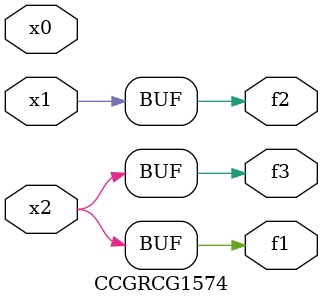
<source format=v>
module CCGRCG1574(
	input x0, x1, x2,
	output f1, f2, f3
);
	assign f1 = x2;
	assign f2 = x1;
	assign f3 = x2;
endmodule

</source>
